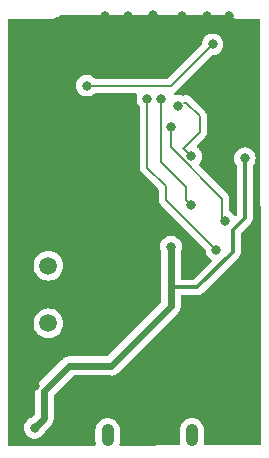
<source format=gbr>
%TF.GenerationSoftware,KiCad,Pcbnew,(6.0.2)*%
%TF.CreationDate,2022-03-11T22:28:15+02:00*%
%TF.ProjectId,project1,70726f6a-6563-4743-912e-6b696361645f,rev?*%
%TF.SameCoordinates,Original*%
%TF.FileFunction,Copper,L2,Bot*%
%TF.FilePolarity,Positive*%
%FSLAX46Y46*%
G04 Gerber Fmt 4.6, Leading zero omitted, Abs format (unit mm)*
G04 Created by KiCad (PCBNEW (6.0.2)) date 2022-03-11 22:28:15*
%MOMM*%
%LPD*%
G01*
G04 APERTURE LIST*
%TA.AperFunction,ComponentPad*%
%ADD10C,1.500000*%
%TD*%
%TA.AperFunction,ComponentPad*%
%ADD11O,1.050000X1.900000*%
%TD*%
%TA.AperFunction,ViaPad*%
%ADD12C,0.800000*%
%TD*%
%TA.AperFunction,Conductor*%
%ADD13C,0.300000*%
%TD*%
%TA.AperFunction,Conductor*%
%ADD14C,0.600000*%
%TD*%
%TA.AperFunction,Conductor*%
%ADD15C,0.200000*%
%TD*%
G04 APERTURE END LIST*
D10*
%TO.P,Y1,1,1*%
%TO.N,Net-(C2-Pad2)*%
X56368400Y-123554400D03*
%TO.P,Y1,2,2*%
%TO.N,Net-(C3-Pad2)*%
X56368400Y-118674400D03*
%TD*%
D11*
%TO.P,J1,6,Shield*%
%TO.N,unconnected-(J1-Pad6)*%
X68528600Y-133057000D03*
X61378600Y-133057000D03*
%TD*%
D12*
%TO.N,GND*%
X69720000Y-108340000D03*
%TO.N,+3V3*%
X73000000Y-109580000D03*
%TO.N,Net-(R2-Pad1)*%
X71330000Y-114910000D03*
%TO.N,/SDI{slash}SD1*%
X67310000Y-105120000D03*
%TO.N,Net-(R2-Pad1)*%
X66710000Y-106980000D03*
%TO.N,/SDI{slash}SD1*%
X68475000Y-109425000D03*
%TO.N,GND*%
X61190000Y-97500000D03*
X63120000Y-97540000D03*
X71690000Y-97540000D03*
X69770000Y-97500000D03*
X67700000Y-97520000D03*
X65240000Y-97490000D03*
X57070000Y-98060000D03*
%TO.N,+3V3*%
X55200000Y-132411900D03*
X66744450Y-117065550D03*
%TO.N,GND*%
X59766400Y-121778800D03*
X57420000Y-113650000D03*
X53880000Y-109740000D03*
X71950000Y-119400000D03*
X67060000Y-128740000D03*
X59720000Y-108010000D03*
X63340000Y-116920000D03*
X60740000Y-98220000D03*
X56890000Y-99960000D03*
X55190000Y-128850000D03*
X68640000Y-103410000D03*
X70390000Y-102110000D03*
X61630000Y-108010000D03*
X60140000Y-129010000D03*
X62950000Y-113670000D03*
X61620000Y-106280000D03*
X59650000Y-106210000D03*
X64780000Y-127440000D03*
%TO.N,Net-(R1-Pad2)*%
X70270000Y-99950000D03*
X59620000Y-103430000D03*
%TO.N,Net-(R3-Pad1)*%
X65910000Y-104530000D03*
X68440000Y-113540000D03*
%TO.N,/U0RXD*%
X70580000Y-117360000D03*
X64740000Y-104530000D03*
%TD*%
D13*
%TO.N,+3V3*%
X73000000Y-114660000D02*
X73000000Y-109580000D01*
X68965550Y-120524450D02*
X72000489Y-117489511D01*
X72000489Y-115659511D02*
X73000000Y-114660000D01*
X66744450Y-120524450D02*
X68965550Y-120524450D01*
D14*
X66744450Y-120524450D02*
X66744450Y-122095550D01*
X66744450Y-117065550D02*
X66744450Y-120524450D01*
D13*
X72000489Y-117489511D02*
X72000489Y-115659511D01*
D15*
%TO.N,Net-(R2-Pad1)*%
X71220000Y-114910000D02*
X71330000Y-114910000D01*
X71070000Y-114760000D02*
X71220000Y-114910000D01*
X71070000Y-113009259D02*
X71070000Y-114760000D01*
X66710000Y-108649259D02*
X71070000Y-113009259D01*
X66710000Y-106980000D02*
X66710000Y-108649259D01*
%TO.N,/SDI{slash}SD1*%
X68040000Y-104870000D02*
X67870000Y-104870000D01*
X69200000Y-107340000D02*
X69200000Y-106030000D01*
X67830000Y-108710000D02*
X69200000Y-107340000D01*
X67830000Y-108780000D02*
X67830000Y-108710000D01*
X69200000Y-106030000D02*
X68040000Y-104870000D01*
X67830000Y-108780000D02*
X68475000Y-109425000D01*
X67800000Y-108750000D02*
X67830000Y-108780000D01*
D14*
%TO.N,+3V3*%
X61670000Y-127170000D02*
X58142102Y-127170000D01*
X58142102Y-127170000D02*
X56000000Y-129312102D01*
X56000000Y-129312102D02*
X56000000Y-131611900D01*
X56000000Y-131611900D02*
X55200000Y-132411900D01*
X66744450Y-122095550D02*
X61670000Y-127170000D01*
D15*
%TO.N,Net-(R1-Pad2)*%
X59670000Y-103480000D02*
X59620000Y-103430000D01*
X66740000Y-103480000D02*
X59670000Y-103480000D01*
X70270000Y-99950000D02*
X66740000Y-103480000D01*
%TO.N,Net-(R3-Pad1)*%
X65910000Y-104530000D02*
X65910000Y-109900000D01*
X68030000Y-113130000D02*
X68440000Y-113540000D01*
X68030000Y-112020000D02*
X68030000Y-113130000D01*
X65910000Y-109900000D02*
X68030000Y-112020000D01*
%TO.N,/U0RXD*%
X66320000Y-113100000D02*
X66320000Y-111960000D01*
X66320000Y-111960000D02*
X64740000Y-110380000D01*
X70580000Y-117360000D02*
X66320000Y-113100000D01*
X64740000Y-110380000D02*
X64740000Y-104530000D01*
%TD*%
%TA.AperFunction,Conductor*%
%TO.N,GND*%
G36*
X64634587Y-97457316D02*
G01*
X71800048Y-97473513D01*
X71868123Y-97493669D01*
X71910676Y-97542971D01*
X71910981Y-97542776D01*
X71912336Y-97544895D01*
X71914462Y-97547358D01*
X71915816Y-97550337D01*
X71915819Y-97550341D01*
X71919533Y-97558510D01*
X71936274Y-97577939D01*
X71947379Y-97592947D01*
X71961060Y-97614631D01*
X71967788Y-97620573D01*
X71983196Y-97634181D01*
X71995240Y-97646373D01*
X72014519Y-97668747D01*
X72022047Y-97673626D01*
X72022050Y-97673629D01*
X72036039Y-97682696D01*
X72050913Y-97693986D01*
X72070128Y-97710956D01*
X72078254Y-97714771D01*
X72078255Y-97714772D01*
X72083921Y-97717432D01*
X72096866Y-97723510D01*
X72111835Y-97731824D01*
X72136627Y-97747893D01*
X72145227Y-97750465D01*
X72161190Y-97755239D01*
X72178636Y-97761901D01*
X72201848Y-97772799D01*
X72231030Y-97777343D01*
X72247749Y-97781126D01*
X72267436Y-97787014D01*
X72267439Y-97787015D01*
X72276041Y-97789587D01*
X72285016Y-97789642D01*
X72285017Y-97789642D01*
X72291710Y-97789683D01*
X72310456Y-97789797D01*
X72311228Y-97789830D01*
X72312323Y-97790000D01*
X72343198Y-97790000D01*
X72343968Y-97790002D01*
X72417616Y-97790452D01*
X72417617Y-97790452D01*
X72421552Y-97790476D01*
X72422896Y-97790092D01*
X72424241Y-97790000D01*
X74195558Y-97790000D01*
X74263679Y-97810002D01*
X74310172Y-97863658D01*
X74321558Y-97915769D01*
X74378599Y-129127040D01*
X74364000Y-133746540D01*
X74363994Y-133748369D01*
X74343777Y-133816426D01*
X74289975Y-133862749D01*
X74238389Y-133873970D01*
X69656570Y-133888282D01*
X69588387Y-133868493D01*
X69541726Y-133814983D01*
X69531403Y-133744741D01*
X69536074Y-133724184D01*
X69542545Y-133703786D01*
X69544407Y-133697916D01*
X69545339Y-133689615D01*
X69561707Y-133543683D01*
X69562100Y-133540183D01*
X69562100Y-132580996D01*
X69547323Y-132430287D01*
X69488742Y-132236258D01*
X69393590Y-132057302D01*
X69383930Y-132045457D01*
X69319974Y-131967040D01*
X69265490Y-131900237D01*
X69253139Y-131890019D01*
X69114072Y-131774973D01*
X69114069Y-131774971D01*
X69109322Y-131771044D01*
X68931035Y-131674644D01*
X68834228Y-131644677D01*
X68743307Y-131616532D01*
X68743304Y-131616531D01*
X68737420Y-131614710D01*
X68731295Y-131614066D01*
X68731294Y-131614066D01*
X68541978Y-131594168D01*
X68541977Y-131594168D01*
X68535850Y-131593524D01*
X68452586Y-131601102D01*
X68340143Y-131611335D01*
X68340140Y-131611336D01*
X68334004Y-131611894D01*
X68328098Y-131613632D01*
X68328094Y-131613633D01*
X68186691Y-131655251D01*
X68139571Y-131669119D01*
X68134114Y-131671972D01*
X68134111Y-131671973D01*
X68083624Y-131698367D01*
X67959955Y-131763019D01*
X67801999Y-131890019D01*
X67671719Y-132045281D01*
X67668755Y-132050673D01*
X67668752Y-132050677D01*
X67627272Y-132126129D01*
X67574077Y-132222891D01*
X67512793Y-132416084D01*
X67512107Y-132422201D01*
X67512106Y-132422205D01*
X67510512Y-132436420D01*
X67495100Y-132573817D01*
X67495100Y-133533004D01*
X67509877Y-133683713D01*
X67511659Y-133689615D01*
X67524727Y-133732899D01*
X67525268Y-133803894D01*
X67487340Y-133863910D01*
X67422986Y-133893894D01*
X67404499Y-133895316D01*
X63545860Y-133907369D01*
X62499478Y-133910638D01*
X62431295Y-133890849D01*
X62384634Y-133837339D01*
X62374311Y-133767097D01*
X62378980Y-133746547D01*
X62394407Y-133697916D01*
X62395339Y-133689615D01*
X62411707Y-133543683D01*
X62412100Y-133540183D01*
X62412100Y-132580996D01*
X62397323Y-132430287D01*
X62338742Y-132236258D01*
X62243590Y-132057302D01*
X62233930Y-132045457D01*
X62169974Y-131967040D01*
X62115490Y-131900237D01*
X62103139Y-131890019D01*
X61964072Y-131774973D01*
X61964069Y-131774971D01*
X61959322Y-131771044D01*
X61781035Y-131674644D01*
X61684228Y-131644677D01*
X61593307Y-131616532D01*
X61593304Y-131616531D01*
X61587420Y-131614710D01*
X61581295Y-131614066D01*
X61581294Y-131614066D01*
X61391978Y-131594168D01*
X61391977Y-131594168D01*
X61385850Y-131593524D01*
X61302586Y-131601102D01*
X61190143Y-131611335D01*
X61190140Y-131611336D01*
X61184004Y-131611894D01*
X61178098Y-131613632D01*
X61178094Y-131613633D01*
X61036691Y-131655251D01*
X60989571Y-131669119D01*
X60984114Y-131671972D01*
X60984111Y-131671973D01*
X60933624Y-131698367D01*
X60809955Y-131763019D01*
X60651999Y-131890019D01*
X60521719Y-132045281D01*
X60518755Y-132050673D01*
X60518752Y-132050677D01*
X60477272Y-132126129D01*
X60424077Y-132222891D01*
X60362793Y-132416084D01*
X60362107Y-132422201D01*
X60362106Y-132422205D01*
X60360512Y-132436420D01*
X60345100Y-132573817D01*
X60345100Y-133533004D01*
X60359877Y-133683713D01*
X60378303Y-133744741D01*
X60381464Y-133755212D01*
X60382005Y-133826206D01*
X60344077Y-133886223D01*
X60279723Y-133916207D01*
X60261236Y-133917629D01*
X55126293Y-133933669D01*
X53093366Y-133940019D01*
X53025184Y-133920230D01*
X52978523Y-133866720D01*
X52966973Y-133814224D01*
X52965123Y-132669200D01*
X52964707Y-132411900D01*
X54286496Y-132411900D01*
X54287186Y-132418465D01*
X54304593Y-132584079D01*
X54306458Y-132601828D01*
X54365473Y-132783456D01*
X54460960Y-132948844D01*
X54588747Y-133090766D01*
X54743248Y-133203018D01*
X54749276Y-133205702D01*
X54749278Y-133205703D01*
X54911681Y-133278009D01*
X54917712Y-133280694D01*
X55011112Y-133300547D01*
X55098056Y-133319028D01*
X55098061Y-133319028D01*
X55104513Y-133320400D01*
X55295487Y-133320400D01*
X55301939Y-133319028D01*
X55301944Y-133319028D01*
X55388888Y-133300547D01*
X55482288Y-133280694D01*
X55488319Y-133278009D01*
X55650722Y-133205703D01*
X55650724Y-133205702D01*
X55656752Y-133203018D01*
X55811253Y-133090766D01*
X55939040Y-132948844D01*
X56034527Y-132783456D01*
X56055354Y-132719358D01*
X56086092Y-132669200D01*
X56565158Y-132190134D01*
X56566095Y-132189206D01*
X56625475Y-132131057D01*
X56625476Y-132131056D01*
X56630507Y-132126129D01*
X56653998Y-132089679D01*
X56661417Y-132079354D01*
X56688476Y-132045457D01*
X56703073Y-132015262D01*
X56710602Y-132001845D01*
X56724948Y-131979584D01*
X56728765Y-131973662D01*
X56731173Y-131967045D01*
X56731176Y-131967040D01*
X56743592Y-131932927D01*
X56748553Y-131921184D01*
X56764353Y-131888500D01*
X56764356Y-131888491D01*
X56767421Y-131882151D01*
X56774966Y-131849472D01*
X56779334Y-131834725D01*
X56790803Y-131803215D01*
X56791685Y-131796230D01*
X56791687Y-131796223D01*
X56796237Y-131760208D01*
X56798472Y-131747657D01*
X56806640Y-131712278D01*
X56808225Y-131705415D01*
X56808323Y-131677574D01*
X56808367Y-131664828D01*
X56808396Y-131663958D01*
X56808500Y-131663131D01*
X56808500Y-131626490D01*
X56808857Y-131524030D01*
X56808589Y-131522830D01*
X56808500Y-131521192D01*
X56808500Y-129699184D01*
X56828502Y-129631063D01*
X56845405Y-129610089D01*
X58440088Y-128015405D01*
X58502400Y-127981380D01*
X58529183Y-127978500D01*
X61660786Y-127978500D01*
X61662106Y-127978507D01*
X61752221Y-127979451D01*
X61794597Y-127970289D01*
X61807163Y-127968231D01*
X61850255Y-127963397D01*
X61856906Y-127961081D01*
X61856910Y-127961080D01*
X61881930Y-127952367D01*
X61896742Y-127948204D01*
X61922619Y-127942609D01*
X61929510Y-127941119D01*
X61968813Y-127922792D01*
X61980589Y-127918010D01*
X62021552Y-127903745D01*
X62027527Y-127900011D01*
X62027530Y-127900010D01*
X62049995Y-127885973D01*
X62063512Y-127878634D01*
X62087514Y-127867441D01*
X62087515Y-127867440D01*
X62093902Y-127864462D01*
X62128153Y-127837894D01*
X62138612Y-127830598D01*
X62169404Y-127811358D01*
X62169407Y-127811356D01*
X62175376Y-127807626D01*
X62204179Y-127779024D01*
X62204804Y-127778439D01*
X62205470Y-127777922D01*
X62231460Y-127751932D01*
X62304082Y-127679815D01*
X62304740Y-127678778D01*
X62305843Y-127677549D01*
X67309608Y-122673784D01*
X67310545Y-122672856D01*
X67369925Y-122614707D01*
X67369926Y-122614706D01*
X67374957Y-122609779D01*
X67398448Y-122573329D01*
X67405867Y-122563004D01*
X67432926Y-122529107D01*
X67447523Y-122498912D01*
X67455052Y-122485495D01*
X67469398Y-122463234D01*
X67473215Y-122457312D01*
X67475623Y-122450695D01*
X67475626Y-122450690D01*
X67488042Y-122416577D01*
X67493003Y-122404834D01*
X67508804Y-122372147D01*
X67508806Y-122372142D01*
X67511871Y-122365801D01*
X67519415Y-122333122D01*
X67523782Y-122318381D01*
X67535253Y-122286865D01*
X67536136Y-122279875D01*
X67536138Y-122279867D01*
X67540688Y-122243849D01*
X67542924Y-122231297D01*
X67551088Y-122195936D01*
X67551088Y-122195933D01*
X67552674Y-122189065D01*
X67552816Y-122148494D01*
X67552845Y-122147612D01*
X67552950Y-122146781D01*
X67552950Y-122109978D01*
X67553307Y-122007680D01*
X67553039Y-122006480D01*
X67552950Y-122004843D01*
X67552950Y-121308950D01*
X67572952Y-121240829D01*
X67626608Y-121194336D01*
X67678950Y-121182950D01*
X68883494Y-121182950D01*
X68895350Y-121183509D01*
X68895353Y-121183509D01*
X68903087Y-121185238D01*
X68973919Y-121183012D01*
X68977877Y-121182950D01*
X69006982Y-121182950D01*
X69011382Y-121182394D01*
X69023214Y-121181462D01*
X69069381Y-121180012D01*
X69089971Y-121174030D01*
X69109332Y-121170020D01*
X69116320Y-121169138D01*
X69122754Y-121168325D01*
X69122755Y-121168325D01*
X69130614Y-121167332D01*
X69137979Y-121164416D01*
X69137983Y-121164415D01*
X69173571Y-121150324D01*
X69184781Y-121146485D01*
X69229150Y-121133595D01*
X69247615Y-121122675D01*
X69265355Y-121113984D01*
X69285306Y-121106085D01*
X69322679Y-121078932D01*
X69332598Y-121072417D01*
X69365527Y-121052943D01*
X69365531Y-121052940D01*
X69372357Y-121048903D01*
X69387521Y-121033739D01*
X69402555Y-121020898D01*
X69413493Y-121012951D01*
X69419907Y-121008291D01*
X69449353Y-120972697D01*
X69457342Y-120963918D01*
X72408094Y-118013166D01*
X72416874Y-118005176D01*
X72416876Y-118005174D01*
X72423569Y-118000927D01*
X72472094Y-117949253D01*
X72474848Y-117946412D01*
X72495416Y-117925844D01*
X72498136Y-117922337D01*
X72505842Y-117913315D01*
X72532033Y-117885424D01*
X72537461Y-117879644D01*
X72546962Y-117862362D01*
X72547792Y-117860853D01*
X72558646Y-117844329D01*
X72566934Y-117833643D01*
X72571793Y-117827379D01*
X72574941Y-117820105D01*
X72590143Y-117784976D01*
X72595365Y-117774316D01*
X72613794Y-117740795D01*
X72613795Y-117740793D01*
X72617613Y-117733848D01*
X72622948Y-117713070D01*
X72629347Y-117694380D01*
X72637869Y-117674687D01*
X72645095Y-117629063D01*
X72647502Y-117617440D01*
X72654691Y-117589439D01*
X72658989Y-117572699D01*
X72658989Y-117551252D01*
X72660540Y-117531542D01*
X72662655Y-117518188D01*
X72663895Y-117510359D01*
X72659548Y-117464370D01*
X72658989Y-117452515D01*
X72658989Y-115984461D01*
X72678991Y-115916340D01*
X72695894Y-115895366D01*
X73407605Y-115183655D01*
X73416385Y-115175665D01*
X73416387Y-115175663D01*
X73423080Y-115171416D01*
X73471605Y-115119742D01*
X73474359Y-115116901D01*
X73494927Y-115096333D01*
X73497647Y-115092826D01*
X73505353Y-115083804D01*
X73531544Y-115055913D01*
X73536972Y-115050133D01*
X73540794Y-115043181D01*
X73547303Y-115031342D01*
X73558157Y-115014818D01*
X73566445Y-115004132D01*
X73571304Y-114997868D01*
X73574452Y-114990594D01*
X73589654Y-114955465D01*
X73594876Y-114944805D01*
X73613305Y-114911284D01*
X73613306Y-114911282D01*
X73617124Y-114904337D01*
X73622459Y-114883559D01*
X73628858Y-114864869D01*
X73637380Y-114845176D01*
X73644606Y-114799552D01*
X73647013Y-114787929D01*
X73656528Y-114750868D01*
X73658500Y-114743188D01*
X73658500Y-114721741D01*
X73660051Y-114702031D01*
X73662166Y-114688677D01*
X73663406Y-114680848D01*
X73659059Y-114634859D01*
X73658500Y-114623004D01*
X73658500Y-110254759D01*
X73678502Y-110186638D01*
X73690864Y-110170449D01*
X73734621Y-110121852D01*
X73734622Y-110121851D01*
X73739040Y-110116944D01*
X73825699Y-109966846D01*
X73831223Y-109957279D01*
X73831224Y-109957278D01*
X73834527Y-109951556D01*
X73893542Y-109769928D01*
X73913504Y-109580000D01*
X73893542Y-109390072D01*
X73834527Y-109208444D01*
X73739040Y-109043056D01*
X73611253Y-108901134D01*
X73456752Y-108788882D01*
X73450724Y-108786198D01*
X73450722Y-108786197D01*
X73288319Y-108713891D01*
X73288318Y-108713891D01*
X73282288Y-108711206D01*
X73188888Y-108691353D01*
X73101944Y-108672872D01*
X73101939Y-108672872D01*
X73095487Y-108671500D01*
X72904513Y-108671500D01*
X72898061Y-108672872D01*
X72898056Y-108672872D01*
X72811112Y-108691353D01*
X72717712Y-108711206D01*
X72711682Y-108713891D01*
X72711681Y-108713891D01*
X72549278Y-108786197D01*
X72549276Y-108786198D01*
X72543248Y-108788882D01*
X72388747Y-108901134D01*
X72260960Y-109043056D01*
X72165473Y-109208444D01*
X72106458Y-109390072D01*
X72086496Y-109580000D01*
X72106458Y-109769928D01*
X72165473Y-109951556D01*
X72168776Y-109957278D01*
X72168777Y-109957279D01*
X72174301Y-109966846D01*
X72260960Y-110116944D01*
X72265378Y-110121851D01*
X72265379Y-110121852D01*
X72309136Y-110170449D01*
X72339854Y-110234456D01*
X72341500Y-110254759D01*
X72341500Y-114335050D01*
X72321498Y-114403171D01*
X72304595Y-114424145D01*
X72290070Y-114438670D01*
X72227758Y-114472696D01*
X72156943Y-114467631D01*
X72100107Y-114425084D01*
X72091861Y-114412583D01*
X72069040Y-114373056D01*
X72033697Y-114333803D01*
X71945675Y-114236045D01*
X71945674Y-114236044D01*
X71941253Y-114231134D01*
X71786752Y-114118882D01*
X71780725Y-114116199D01*
X71780717Y-114116194D01*
X71753250Y-114103965D01*
X71699155Y-114057985D01*
X71678500Y-113988859D01*
X71678500Y-113057395D01*
X71679578Y-113040949D01*
X71680130Y-113036761D01*
X71683750Y-113009259D01*
X71678500Y-112969379D01*
X71678500Y-112969374D01*
X71662838Y-112850409D01*
X71662838Y-112850408D01*
X71601524Y-112702383D01*
X71577336Y-112670860D01*
X71528483Y-112607195D01*
X71528477Y-112607187D01*
X71528474Y-112607184D01*
X71503987Y-112575272D01*
X71493898Y-112567530D01*
X71478621Y-112555807D01*
X71466230Y-112544940D01*
X69141854Y-110220564D01*
X69107828Y-110158252D01*
X69112893Y-110087437D01*
X69137312Y-110047159D01*
X69214040Y-109961944D01*
X69309527Y-109796556D01*
X69368542Y-109614928D01*
X69388504Y-109425000D01*
X69368542Y-109235072D01*
X69309527Y-109053444D01*
X69303530Y-109043056D01*
X69224426Y-108906045D01*
X69214040Y-108888056D01*
X69124744Y-108788882D01*
X69090675Y-108751045D01*
X69090674Y-108751044D01*
X69086253Y-108746134D01*
X69041875Y-108713891D01*
X68985417Y-108672872D01*
X68955486Y-108651126D01*
X68912133Y-108594905D01*
X68906058Y-108524169D01*
X68940453Y-108460096D01*
X69596234Y-107804315D01*
X69608625Y-107793448D01*
X69627437Y-107779013D01*
X69633987Y-107773987D01*
X69658474Y-107742075D01*
X69658478Y-107742071D01*
X69731524Y-107646876D01*
X69792838Y-107498851D01*
X69813751Y-107340000D01*
X69809578Y-107308301D01*
X69808500Y-107291856D01*
X69808500Y-106078136D01*
X69809578Y-106061690D01*
X69812672Y-106038188D01*
X69813750Y-106030000D01*
X69808500Y-105990120D01*
X69808500Y-105990115D01*
X69792838Y-105871150D01*
X69785299Y-105852949D01*
X69731524Y-105723124D01*
X69658478Y-105627929D01*
X69658474Y-105627925D01*
X69658471Y-105627921D01*
X69639016Y-105602566D01*
X69639013Y-105602563D01*
X69633987Y-105596013D01*
X69627432Y-105590983D01*
X69608621Y-105576548D01*
X69596230Y-105565681D01*
X68504315Y-104473766D01*
X68493448Y-104461375D01*
X68479013Y-104442563D01*
X68473987Y-104436013D01*
X68442075Y-104411526D01*
X68442072Y-104411523D01*
X68346876Y-104338476D01*
X68198851Y-104277162D01*
X68190664Y-104276084D01*
X68190663Y-104276084D01*
X68179458Y-104274609D01*
X68143241Y-104269841D01*
X68079885Y-104261500D01*
X68079882Y-104261500D01*
X68079874Y-104261499D01*
X68048189Y-104257328D01*
X68040000Y-104256250D01*
X68008307Y-104260422D01*
X67991864Y-104261500D01*
X67830115Y-104261500D01*
X67826029Y-104262038D01*
X67826028Y-104262038D01*
X67730542Y-104274609D01*
X67716839Y-104276413D01*
X67716838Y-104276413D01*
X67711150Y-104277162D01*
X67711033Y-104276275D01*
X67647029Y-104274753D01*
X67634143Y-104269841D01*
X67598323Y-104253892D01*
X67598315Y-104253889D01*
X67592288Y-104251206D01*
X67498887Y-104231353D01*
X67411944Y-104212872D01*
X67411939Y-104212872D01*
X67405487Y-104211500D01*
X67214513Y-104211500D01*
X67208058Y-104212872D01*
X67208049Y-104212873D01*
X67166853Y-104221630D01*
X67096062Y-104216229D01*
X67039429Y-104173413D01*
X67014935Y-104106775D01*
X67030356Y-104037474D01*
X67063951Y-103998422D01*
X67142072Y-103938477D01*
X67142075Y-103938474D01*
X67167434Y-103919015D01*
X67173987Y-103913987D01*
X67179017Y-103907432D01*
X67193452Y-103888621D01*
X67204319Y-103876230D01*
X70185144Y-100895405D01*
X70247456Y-100861379D01*
X70274239Y-100858500D01*
X70365487Y-100858500D01*
X70371939Y-100857128D01*
X70371944Y-100857128D01*
X70458888Y-100838647D01*
X70552288Y-100818794D01*
X70558319Y-100816109D01*
X70720722Y-100743803D01*
X70720724Y-100743802D01*
X70726752Y-100741118D01*
X70881253Y-100628866D01*
X71009040Y-100486944D01*
X71104527Y-100321556D01*
X71163542Y-100139928D01*
X71183504Y-99950000D01*
X71163542Y-99760072D01*
X71104527Y-99578444D01*
X71009040Y-99413056D01*
X70881253Y-99271134D01*
X70726752Y-99158882D01*
X70720724Y-99156198D01*
X70720722Y-99156197D01*
X70558319Y-99083891D01*
X70558318Y-99083891D01*
X70552288Y-99081206D01*
X70458887Y-99061353D01*
X70371944Y-99042872D01*
X70371939Y-99042872D01*
X70365487Y-99041500D01*
X70174513Y-99041500D01*
X70168061Y-99042872D01*
X70168056Y-99042872D01*
X70081113Y-99061353D01*
X69987712Y-99081206D01*
X69981682Y-99083891D01*
X69981681Y-99083891D01*
X69819278Y-99156197D01*
X69819276Y-99156198D01*
X69813248Y-99158882D01*
X69658747Y-99271134D01*
X69530960Y-99413056D01*
X69435473Y-99578444D01*
X69376458Y-99760072D01*
X69356496Y-99950000D01*
X69356684Y-99951786D01*
X69337184Y-100018196D01*
X69320281Y-100039170D01*
X66524856Y-102834595D01*
X66462544Y-102868621D01*
X66435761Y-102871500D01*
X60395729Y-102871500D01*
X60327608Y-102851498D01*
X60302093Y-102829810D01*
X60235675Y-102756045D01*
X60235674Y-102756044D01*
X60231253Y-102751134D01*
X60076752Y-102638882D01*
X60070724Y-102636198D01*
X60070722Y-102636197D01*
X59908319Y-102563891D01*
X59908318Y-102563891D01*
X59902288Y-102561206D01*
X59808887Y-102541353D01*
X59721944Y-102522872D01*
X59721939Y-102522872D01*
X59715487Y-102521500D01*
X59524513Y-102521500D01*
X59518061Y-102522872D01*
X59518056Y-102522872D01*
X59431113Y-102541353D01*
X59337712Y-102561206D01*
X59331682Y-102563891D01*
X59331681Y-102563891D01*
X59169278Y-102636197D01*
X59169276Y-102636198D01*
X59163248Y-102638882D01*
X59008747Y-102751134D01*
X58880960Y-102893056D01*
X58785473Y-103058444D01*
X58726458Y-103240072D01*
X58706496Y-103430000D01*
X58726458Y-103619928D01*
X58785473Y-103801556D01*
X58880960Y-103966944D01*
X58885378Y-103971851D01*
X58885379Y-103971852D01*
X59004325Y-104103955D01*
X59008747Y-104108866D01*
X59163248Y-104221118D01*
X59169276Y-104223802D01*
X59169278Y-104223803D01*
X59286704Y-104276084D01*
X59337712Y-104298794D01*
X59431113Y-104318647D01*
X59518056Y-104337128D01*
X59518061Y-104337128D01*
X59524513Y-104338500D01*
X59715487Y-104338500D01*
X59721939Y-104337128D01*
X59721944Y-104337128D01*
X59808887Y-104318647D01*
X59902288Y-104298794D01*
X59953296Y-104276084D01*
X60070722Y-104223803D01*
X60070724Y-104223802D01*
X60076752Y-104221118D01*
X60226163Y-104112564D01*
X60293031Y-104088706D01*
X60300224Y-104088500D01*
X63754775Y-104088500D01*
X63822896Y-104108502D01*
X63869389Y-104162158D01*
X63879493Y-104232432D01*
X63874608Y-104253436D01*
X63846458Y-104340072D01*
X63845768Y-104346633D01*
X63845768Y-104346635D01*
X63836374Y-104436013D01*
X63826496Y-104530000D01*
X63846458Y-104719928D01*
X63905473Y-104901556D01*
X64000960Y-105066944D01*
X64005378Y-105071851D01*
X64005379Y-105071852D01*
X64099136Y-105175980D01*
X64129854Y-105239987D01*
X64131500Y-105260290D01*
X64131500Y-110331864D01*
X64130422Y-110348307D01*
X64126250Y-110380000D01*
X64131500Y-110419880D01*
X64131500Y-110419885D01*
X64143858Y-110513751D01*
X64147162Y-110538851D01*
X64208476Y-110686876D01*
X64213503Y-110693427D01*
X64213504Y-110693429D01*
X64281520Y-110782069D01*
X64281526Y-110782075D01*
X64306013Y-110813987D01*
X64312568Y-110819017D01*
X64331379Y-110833452D01*
X64343770Y-110844319D01*
X65674595Y-112175144D01*
X65708621Y-112237456D01*
X65711500Y-112264239D01*
X65711500Y-113051864D01*
X65710422Y-113068307D01*
X65706250Y-113100000D01*
X65711500Y-113139880D01*
X65711500Y-113139885D01*
X65715216Y-113168110D01*
X65727162Y-113258851D01*
X65788476Y-113406876D01*
X65793503Y-113413427D01*
X65793504Y-113413429D01*
X65861520Y-113502069D01*
X65861526Y-113502075D01*
X65886013Y-113533987D01*
X65892568Y-113539017D01*
X65911379Y-113553452D01*
X65923770Y-113564319D01*
X69630281Y-117270830D01*
X69664307Y-117333142D01*
X69666841Y-117356716D01*
X69666496Y-117360000D01*
X69667186Y-117366565D01*
X69684526Y-117531542D01*
X69686458Y-117549928D01*
X69745473Y-117731556D01*
X69748776Y-117737278D01*
X69748777Y-117737279D01*
X69773170Y-117779529D01*
X69840960Y-117896944D01*
X69845378Y-117901851D01*
X69845379Y-117901852D01*
X69938412Y-118005176D01*
X69968747Y-118038866D01*
X70123248Y-118151118D01*
X70129279Y-118153803D01*
X70129284Y-118153806D01*
X70152533Y-118164157D01*
X70206630Y-118210136D01*
X70227280Y-118278063D01*
X70207928Y-118346371D01*
X70190381Y-118368359D01*
X68729695Y-119829045D01*
X68667383Y-119863071D01*
X68640600Y-119865950D01*
X67678950Y-119865950D01*
X67610829Y-119845948D01*
X67564336Y-119792292D01*
X67552950Y-119739950D01*
X67552950Y-117515947D01*
X67569830Y-117452948D01*
X67578977Y-117437106D01*
X67637992Y-117255478D01*
X67657954Y-117065550D01*
X67637992Y-116875622D01*
X67578977Y-116693994D01*
X67483490Y-116528606D01*
X67355703Y-116386684D01*
X67201202Y-116274432D01*
X67195174Y-116271748D01*
X67195172Y-116271747D01*
X67032769Y-116199441D01*
X67032768Y-116199441D01*
X67026738Y-116196756D01*
X66933338Y-116176903D01*
X66846394Y-116158422D01*
X66846389Y-116158422D01*
X66839937Y-116157050D01*
X66648963Y-116157050D01*
X66642511Y-116158422D01*
X66642506Y-116158422D01*
X66555562Y-116176903D01*
X66462162Y-116196756D01*
X66456132Y-116199441D01*
X66456131Y-116199441D01*
X66293728Y-116271747D01*
X66293726Y-116271748D01*
X66287698Y-116274432D01*
X66133197Y-116386684D01*
X66005410Y-116528606D01*
X65909923Y-116693994D01*
X65850908Y-116875622D01*
X65830946Y-117065550D01*
X65850908Y-117255478D01*
X65909923Y-117437106D01*
X65919070Y-117452948D01*
X65935950Y-117515947D01*
X65935950Y-121708468D01*
X65915948Y-121776589D01*
X65899045Y-121797563D01*
X61372013Y-126324595D01*
X61309701Y-126358621D01*
X61282918Y-126361500D01*
X58151362Y-126361500D01*
X58150043Y-126361493D01*
X58059881Y-126360549D01*
X58052995Y-126362038D01*
X58052993Y-126362038D01*
X58043665Y-126364055D01*
X58017505Y-126369711D01*
X58004939Y-126371769D01*
X57961847Y-126376603D01*
X57955196Y-126378919D01*
X57955192Y-126378920D01*
X57930172Y-126387633D01*
X57915359Y-126391796D01*
X57882592Y-126398881D01*
X57843291Y-126417207D01*
X57831508Y-126421992D01*
X57790550Y-126436255D01*
X57784573Y-126439990D01*
X57762118Y-126454021D01*
X57748601Y-126461360D01*
X57724583Y-126472560D01*
X57724579Y-126472562D01*
X57718200Y-126475537D01*
X57712636Y-126479853D01*
X57712634Y-126479854D01*
X57683942Y-126502109D01*
X57673487Y-126509403D01*
X57636726Y-126532374D01*
X57631729Y-126537336D01*
X57631728Y-126537337D01*
X57607923Y-126560976D01*
X57607298Y-126561561D01*
X57606632Y-126562078D01*
X57580642Y-126588068D01*
X57508020Y-126660185D01*
X57507362Y-126661222D01*
X57506259Y-126662451D01*
X55434842Y-128733868D01*
X55433905Y-128734796D01*
X55369493Y-128797873D01*
X55346002Y-128834323D01*
X55338583Y-128844648D01*
X55311524Y-128878545D01*
X55308459Y-128884886D01*
X55308458Y-128884887D01*
X55296928Y-128908739D01*
X55289399Y-128922156D01*
X55271235Y-128950340D01*
X55268827Y-128956957D01*
X55268824Y-128956962D01*
X55256408Y-128991075D01*
X55251447Y-129002818D01*
X55235646Y-129035505D01*
X55235644Y-129035510D01*
X55232579Y-129041851D01*
X55230996Y-129048709D01*
X55230995Y-129048711D01*
X55225035Y-129074528D01*
X55220668Y-129089271D01*
X55209197Y-129120787D01*
X55208314Y-129127777D01*
X55208312Y-129127785D01*
X55203762Y-129163803D01*
X55201526Y-129176355D01*
X55191776Y-129218587D01*
X55191751Y-129225633D01*
X55191751Y-129225636D01*
X55191634Y-129259158D01*
X55191605Y-129260040D01*
X55191500Y-129260871D01*
X55191500Y-129297674D01*
X55191143Y-129399972D01*
X55191411Y-129401172D01*
X55191500Y-129402809D01*
X55191500Y-131224818D01*
X55171498Y-131292939D01*
X55154595Y-131313913D01*
X54948088Y-131520420D01*
X54910242Y-131546432D01*
X54749278Y-131618097D01*
X54749276Y-131618098D01*
X54743248Y-131620782D01*
X54737907Y-131624662D01*
X54737906Y-131624663D01*
X54735182Y-131626642D01*
X54588747Y-131733034D01*
X54584326Y-131737944D01*
X54584325Y-131737945D01*
X54519601Y-131809829D01*
X54460960Y-131874956D01*
X54446364Y-131900237D01*
X54379954Y-132015263D01*
X54365473Y-132040344D01*
X54306458Y-132221972D01*
X54286496Y-132411900D01*
X52964707Y-132411900D01*
X52950398Y-123554400D01*
X55105093Y-123554400D01*
X55124285Y-123773771D01*
X55181280Y-123986476D01*
X55183605Y-123991461D01*
X55272018Y-124181066D01*
X55272021Y-124181071D01*
X55274344Y-124186053D01*
X55400651Y-124366438D01*
X55556362Y-124522149D01*
X55736746Y-124648456D01*
X55936324Y-124741520D01*
X56149029Y-124798515D01*
X56368400Y-124817707D01*
X56587771Y-124798515D01*
X56800476Y-124741520D01*
X57000054Y-124648456D01*
X57180438Y-124522149D01*
X57336149Y-124366438D01*
X57462456Y-124186053D01*
X57464779Y-124181071D01*
X57464782Y-124181066D01*
X57553195Y-123991461D01*
X57555520Y-123986476D01*
X57612515Y-123773771D01*
X57631707Y-123554400D01*
X57612515Y-123335029D01*
X57555520Y-123122324D01*
X57511985Y-123028962D01*
X57464782Y-122927734D01*
X57464779Y-122927729D01*
X57462456Y-122922747D01*
X57336149Y-122742362D01*
X57180438Y-122586651D01*
X57161436Y-122573345D01*
X57035973Y-122485495D01*
X57000054Y-122460344D01*
X56800476Y-122367280D01*
X56587771Y-122310285D01*
X56368400Y-122291093D01*
X56149029Y-122310285D01*
X55936324Y-122367280D01*
X55855789Y-122404834D01*
X55741734Y-122458018D01*
X55741729Y-122458021D01*
X55736747Y-122460344D01*
X55732240Y-122463500D01*
X55732238Y-122463501D01*
X55560873Y-122583492D01*
X55560870Y-122583494D01*
X55556362Y-122586651D01*
X55400651Y-122742362D01*
X55274344Y-122922747D01*
X55272021Y-122927729D01*
X55272018Y-122927734D01*
X55224815Y-123028962D01*
X55181280Y-123122324D01*
X55124285Y-123335029D01*
X55105093Y-123554400D01*
X52950398Y-123554400D01*
X52942514Y-118674400D01*
X55105093Y-118674400D01*
X55124285Y-118893771D01*
X55181280Y-119106476D01*
X55183605Y-119111461D01*
X55272018Y-119301066D01*
X55272021Y-119301071D01*
X55274344Y-119306053D01*
X55400651Y-119486438D01*
X55556362Y-119642149D01*
X55736746Y-119768456D01*
X55936324Y-119861520D01*
X56149029Y-119918515D01*
X56368400Y-119937707D01*
X56587771Y-119918515D01*
X56800476Y-119861520D01*
X57000054Y-119768456D01*
X57180438Y-119642149D01*
X57336149Y-119486438D01*
X57462456Y-119306053D01*
X57464779Y-119301071D01*
X57464782Y-119301066D01*
X57553195Y-119111461D01*
X57555520Y-119106476D01*
X57612515Y-118893771D01*
X57631707Y-118674400D01*
X57612515Y-118455029D01*
X57555520Y-118242324D01*
X57511180Y-118147237D01*
X57464782Y-118047734D01*
X57464779Y-118047729D01*
X57462456Y-118042747D01*
X57441743Y-118013166D01*
X57339308Y-117866873D01*
X57339306Y-117866870D01*
X57336149Y-117862362D01*
X57180438Y-117706651D01*
X57000054Y-117580344D01*
X56800476Y-117487280D01*
X56587771Y-117430285D01*
X56368400Y-117411093D01*
X56149029Y-117430285D01*
X55936324Y-117487280D01*
X55842962Y-117530815D01*
X55741734Y-117578018D01*
X55741729Y-117578021D01*
X55736747Y-117580344D01*
X55732240Y-117583500D01*
X55732238Y-117583501D01*
X55560873Y-117703492D01*
X55560870Y-117703494D01*
X55556362Y-117706651D01*
X55400651Y-117862362D01*
X55397494Y-117866870D01*
X55397492Y-117866873D01*
X55295057Y-118013166D01*
X55274344Y-118042747D01*
X55272021Y-118047729D01*
X55272018Y-118047734D01*
X55225620Y-118147237D01*
X55181280Y-118242324D01*
X55124285Y-118455029D01*
X55105093Y-118674400D01*
X52942514Y-118674400D01*
X52909022Y-97942847D01*
X52928914Y-97874695D01*
X52982495Y-97828115D01*
X53034734Y-97816644D01*
X54984856Y-97812191D01*
X56690151Y-97808297D01*
X56713672Y-97811713D01*
X56713765Y-97811088D01*
X56722639Y-97812414D01*
X56731241Y-97814987D01*
X56740217Y-97815042D01*
X56740218Y-97815042D01*
X56800437Y-97815410D01*
X56876752Y-97815876D01*
X56885379Y-97813410D01*
X56885381Y-97813410D01*
X56910813Y-97806141D01*
X56945224Y-97796306D01*
X56951618Y-97794934D01*
X56956286Y-97793558D01*
X56965169Y-97792265D01*
X56973334Y-97788530D01*
X56981815Y-97786029D01*
X56983976Y-97785231D01*
X56989816Y-97783562D01*
X57008035Y-97778355D01*
X57008038Y-97778354D01*
X57016665Y-97775888D01*
X57024253Y-97771100D01*
X57024256Y-97771099D01*
X57050891Y-97754293D01*
X57065716Y-97746272D01*
X57089330Y-97735471D01*
X57089334Y-97735469D01*
X57097496Y-97731735D01*
X57104285Y-97725858D01*
X57104287Y-97725857D01*
X57119484Y-97712702D01*
X57129526Y-97705254D01*
X57132139Y-97703030D01*
X57139731Y-97698240D01*
X57145672Y-97691513D01*
X57145713Y-97691478D01*
X57157615Y-97679693D01*
X57207516Y-97636497D01*
X57286383Y-97514209D01*
X57287071Y-97511888D01*
X57331513Y-97460819D01*
X57399692Y-97440962D01*
X64634587Y-97457316D01*
G37*
%TD.AperFunction*%
%TD*%
M02*

</source>
